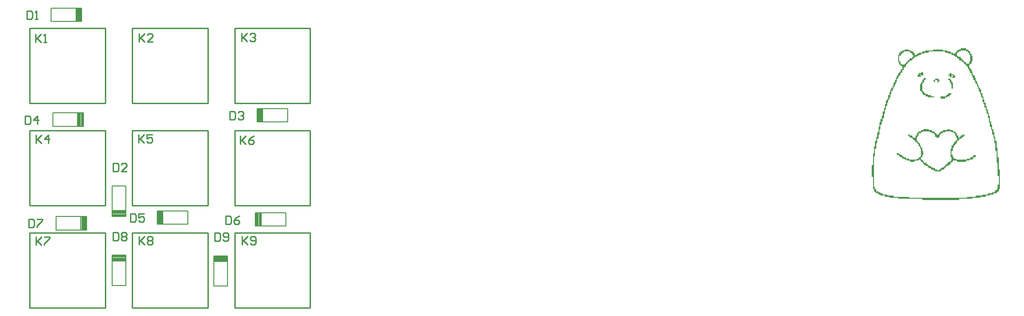
<source format=gbr>
%TF.GenerationSoftware,Altium Limited,Altium Designer,20.1.12 (249)*%
G04 Layer_Color=65535*
%FSLAX26Y26*%
%MOIN*%
%TF.SameCoordinates,C6B7DB02-E56D-4098-84F2-B1512E134489*%
%TF.FilePolarity,Positive*%
%TF.FileFunction,Legend,Top*%
%TF.Part,Single*%
G01*
G75*
%TA.AperFunction,NonConductor*%
%ADD23C,0.010000*%
%ADD24C,0.007874*%
G36*
X6967339Y1993953D02*
X6983339D01*
Y1985953D01*
X6991339D01*
Y1977953D01*
X6999339D01*
Y1969953D01*
Y1961953D01*
X7007339D01*
Y1953953D01*
Y1945953D01*
X7015339D01*
Y1937953D01*
Y1929953D01*
Y1921953D01*
Y1913953D01*
Y1905953D01*
X7007339D01*
Y1897953D01*
Y1889953D01*
X6999339D01*
Y1881953D01*
X6991339D01*
Y1873953D01*
Y1865953D01*
Y1857953D01*
X6999339D01*
Y1849953D01*
X7007339D01*
Y1841953D01*
Y1833953D01*
X7015339D01*
Y1825953D01*
Y1817953D01*
Y1809953D01*
X7023339D01*
Y1801953D01*
X7031339D01*
Y1793953D01*
Y1785953D01*
X7039339D01*
Y1777953D01*
Y1769953D01*
Y1761953D01*
X7047339D01*
Y1753953D01*
Y1745953D01*
X7055339D01*
Y1737953D01*
Y1729953D01*
X7063339D01*
Y1721953D01*
Y1713953D01*
X7071339D01*
Y1705953D01*
Y1697953D01*
X7079339D01*
Y1689953D01*
Y1681953D01*
Y1673953D01*
X7087339D01*
Y1665953D01*
Y1657953D01*
Y1649953D01*
X7095339D01*
Y1641953D01*
Y1633953D01*
Y1625953D01*
X7103339D01*
Y1617953D01*
Y1609953D01*
Y1601953D01*
X7111339D01*
Y1593953D01*
Y1585953D01*
Y1577953D01*
X7119339D01*
Y1569953D01*
Y1561953D01*
Y1553953D01*
X7127339D01*
Y1545953D01*
Y1537953D01*
Y1529953D01*
X7135339D01*
Y1521953D01*
Y1513953D01*
Y1505953D01*
X7143339D01*
Y1497953D01*
Y1489953D01*
Y1481953D01*
Y1473953D01*
Y1465953D01*
X7151339D01*
Y1457953D01*
Y1449953D01*
Y1441953D01*
X7159339D01*
Y1433953D01*
Y1425953D01*
Y1417953D01*
Y1409953D01*
X7167339D01*
Y1401953D01*
Y1393953D01*
Y1385953D01*
X7175339D01*
Y1377953D01*
Y1369953D01*
Y1361953D01*
Y1353953D01*
X7183339D01*
Y1345953D01*
Y1337953D01*
Y1329953D01*
Y1321953D01*
X7191339D01*
Y1313953D01*
Y1305953D01*
Y1297953D01*
Y1289953D01*
Y1281953D01*
Y1273953D01*
X7199339D01*
Y1265953D01*
Y1257953D01*
Y1249953D01*
Y1241953D01*
Y1233953D01*
Y1225953D01*
Y1217953D01*
Y1209953D01*
Y1201953D01*
X7207339D01*
Y1193953D01*
Y1185953D01*
Y1177953D01*
Y1169953D01*
Y1161953D01*
Y1153953D01*
Y1145953D01*
Y1137953D01*
Y1129953D01*
Y1121953D01*
Y1113953D01*
X7215339D01*
Y1105953D01*
Y1097953D01*
Y1089953D01*
Y1081953D01*
Y1073953D01*
Y1065953D01*
Y1057953D01*
Y1049953D01*
Y1041953D01*
Y1033953D01*
Y1025953D01*
Y1017953D01*
Y1009953D01*
Y1001953D01*
Y993953D01*
Y985953D01*
Y977953D01*
Y969953D01*
X7207339D01*
Y961953D01*
Y953953D01*
X7199339D01*
Y945953D01*
X7191339D01*
Y937953D01*
X7167339D01*
Y929953D01*
X7143339D01*
Y921953D01*
X7111339D01*
Y913953D01*
X7071339D01*
Y905953D01*
X7015339D01*
Y897953D01*
X6919339D01*
Y889953D01*
X6647339D01*
Y897953D01*
X6471339D01*
Y905953D01*
X6407339D01*
Y913953D01*
X6375339D01*
Y921953D01*
X6343339D01*
Y929953D01*
X6327339D01*
Y937953D01*
X6311339D01*
Y945953D01*
X6303339D01*
Y953953D01*
X6295339D01*
Y961953D01*
Y969953D01*
X6287339D01*
Y977953D01*
Y985953D01*
Y993953D01*
Y1001953D01*
Y1009953D01*
Y1017953D01*
Y1025953D01*
Y1033953D01*
Y1041953D01*
Y1049953D01*
Y1057953D01*
X6279339D01*
Y1065953D01*
Y1073953D01*
Y1081953D01*
Y1089953D01*
Y1097953D01*
Y1105953D01*
Y1113953D01*
Y1121953D01*
Y1129953D01*
Y1137953D01*
Y1145953D01*
X6287339D01*
Y1153953D01*
Y1161953D01*
Y1169953D01*
Y1177953D01*
Y1185953D01*
Y1193953D01*
Y1201953D01*
Y1209953D01*
Y1217953D01*
Y1225953D01*
Y1233953D01*
X6295339D01*
Y1241953D01*
Y1249953D01*
Y1257953D01*
Y1265953D01*
Y1273953D01*
Y1281953D01*
X6303339D01*
Y1289953D01*
Y1297953D01*
Y1305953D01*
Y1313953D01*
Y1321953D01*
X6311339D01*
Y1329953D01*
Y1337953D01*
Y1345953D01*
Y1353953D01*
X6319339D01*
Y1361953D01*
Y1369953D01*
Y1377953D01*
Y1385953D01*
X6327339D01*
Y1393953D01*
Y1401953D01*
Y1409953D01*
Y1417953D01*
Y1425953D01*
X6335339D01*
Y1433953D01*
Y1441953D01*
Y1449953D01*
Y1457953D01*
X6343339D01*
Y1465953D01*
Y1473953D01*
Y1481953D01*
X6351339D01*
Y1489953D01*
Y1497953D01*
Y1505953D01*
X6359339D01*
Y1513953D01*
Y1521953D01*
Y1529953D01*
Y1537953D01*
X6367339D01*
Y1545953D01*
Y1553953D01*
Y1561953D01*
X6375339D01*
Y1569953D01*
Y1577953D01*
Y1585953D01*
Y1593953D01*
X6383339D01*
Y1601953D01*
Y1609953D01*
Y1617953D01*
X6391339D01*
Y1625953D01*
Y1633953D01*
X6399339D01*
Y1641953D01*
Y1649953D01*
Y1657953D01*
X6407339D01*
Y1665953D01*
Y1673953D01*
Y1681953D01*
X6415339D01*
Y1689953D01*
Y1697953D01*
X6423339D01*
Y1705953D01*
Y1713953D01*
X6431339D01*
Y1721953D01*
Y1729953D01*
X6439339D01*
Y1737953D01*
Y1745953D01*
Y1753953D01*
X6447339D01*
Y1761953D01*
Y1769953D01*
X6455339D01*
Y1777953D01*
Y1785953D01*
X6463339D01*
Y1793953D01*
Y1801953D01*
X6471339D01*
Y1809953D01*
Y1817953D01*
X6479339D01*
Y1825953D01*
X6487339D01*
Y1833953D01*
Y1841953D01*
X6495339D01*
Y1849953D01*
X6503339D01*
Y1857953D01*
Y1865953D01*
Y1873953D01*
X6487339D01*
Y1881953D01*
X6479339D01*
Y1889953D01*
Y1897953D01*
X6471339D01*
Y1905953D01*
Y1913953D01*
Y1921953D01*
Y1929953D01*
Y1937953D01*
Y1945953D01*
Y1953953D01*
X6479339D01*
Y1961953D01*
Y1969953D01*
X6487339D01*
Y1977953D01*
X6503339D01*
Y1985953D01*
X6519339D01*
Y1993953D01*
X6551339D01*
Y1985953D01*
X6567339D01*
Y1977953D01*
X6583339D01*
Y1969953D01*
X6591339D01*
Y1961953D01*
Y1953953D01*
X6607339D01*
Y1961953D01*
X6623339D01*
Y1969953D01*
X6647339D01*
Y1977953D01*
X6671339D01*
Y1985953D01*
X6727339D01*
Y1993953D01*
X6799339D01*
Y1985953D01*
X6831339D01*
Y1977953D01*
X6855339D01*
Y1969953D01*
X6871339D01*
Y1961953D01*
X6887339D01*
Y1969953D01*
X6895339D01*
Y1977953D01*
X6903339D01*
Y1985953D01*
X6911339D01*
Y1993953D01*
X6927339D01*
Y2001953D01*
X6967339D01*
Y1993953D01*
D02*
G37*
%LPC*%
G36*
Y1985953D02*
X6927339D01*
Y1977953D01*
X6911339D01*
Y1969953D01*
X6903339D01*
Y1961953D01*
Y1953953D01*
Y1945953D01*
X6911339D01*
Y1937953D01*
X6927339D01*
Y1929953D01*
X6935339D01*
Y1921953D01*
X6943339D01*
Y1913953D01*
X6951339D01*
Y1905953D01*
X6959339D01*
Y1897953D01*
X6967339D01*
Y1889953D01*
X6991339D01*
Y1897953D01*
Y1905953D01*
X6999339D01*
Y1913953D01*
Y1921953D01*
Y1929953D01*
Y1937953D01*
Y1945953D01*
Y1953953D01*
X6991339D01*
Y1961953D01*
Y1969953D01*
X6983339D01*
Y1977953D01*
X6967339D01*
Y1985953D01*
D02*
G37*
G36*
X6559339Y1977953D02*
X6511339D01*
Y1969953D01*
X6503339D01*
Y1961953D01*
X6495339D01*
Y1953953D01*
X6487339D01*
Y1945953D01*
X6479339D01*
Y1937953D01*
Y1929953D01*
Y1921953D01*
Y1913953D01*
Y1905953D01*
X6487339D01*
Y1897953D01*
Y1889953D01*
X6495339D01*
Y1881953D01*
X6519339D01*
Y1889953D01*
X6527339D01*
Y1897953D01*
X6535339D01*
Y1905953D01*
X6543339D01*
Y1913953D01*
X6551339D01*
Y1921953D01*
X6559339D01*
Y1929953D01*
X6575339D01*
Y1937953D01*
X6583339D01*
Y1945953D01*
Y1953953D01*
X6575339D01*
Y1961953D01*
X6567339D01*
Y1969953D01*
X6559339D01*
Y1977953D01*
D02*
G37*
G36*
X6815339D02*
X6695339D01*
Y1969953D01*
X6663339D01*
Y1961953D01*
X6639339D01*
Y1953953D01*
X6623339D01*
Y1945953D01*
X6607339D01*
Y1937953D01*
X6591339D01*
Y1929953D01*
X6583339D01*
Y1921953D01*
X6575339D01*
Y1913953D01*
X6559339D01*
Y1905953D01*
X6551339D01*
Y1897953D01*
X6543339D01*
Y1889953D01*
X6535339D01*
Y1881953D01*
X6527339D01*
Y1873953D01*
Y1865953D01*
X6519339D01*
Y1857953D01*
X6511339D01*
Y1849953D01*
Y1841953D01*
X6503339D01*
Y1833953D01*
Y1825953D01*
X6495339D01*
Y1817953D01*
X6487339D01*
Y1809953D01*
Y1801953D01*
X6479339D01*
Y1793953D01*
X6471339D01*
Y1785953D01*
Y1777953D01*
X6463339D01*
Y1769953D01*
Y1761953D01*
Y1753953D01*
X6455339D01*
Y1745953D01*
Y1737953D01*
X6447339D01*
Y1729953D01*
Y1721953D01*
X6439339D01*
Y1713953D01*
Y1705953D01*
X6431339D01*
Y1697953D01*
Y1689953D01*
X6423339D01*
Y1681953D01*
Y1673953D01*
Y1665953D01*
X6415339D01*
Y1657953D01*
Y1649953D01*
Y1641953D01*
X6407339D01*
Y1633953D01*
Y1625953D01*
X6399339D01*
Y1617953D01*
Y1609953D01*
Y1601953D01*
X6391339D01*
Y1593953D01*
Y1585953D01*
Y1577953D01*
X6383339D01*
Y1569953D01*
Y1561953D01*
Y1553953D01*
X6375339D01*
Y1545953D01*
Y1537953D01*
Y1529953D01*
Y1521953D01*
X6367339D01*
Y1513953D01*
Y1505953D01*
Y1497953D01*
Y1489953D01*
X6359339D01*
Y1481953D01*
Y1473953D01*
Y1465953D01*
X6351339D01*
Y1457953D01*
Y1449953D01*
Y1441953D01*
X6343339D01*
Y1433953D01*
Y1425953D01*
Y1417953D01*
Y1409953D01*
X6335339D01*
Y1401953D01*
Y1393953D01*
Y1385953D01*
Y1377953D01*
Y1369953D01*
X6327339D01*
Y1361953D01*
Y1353953D01*
Y1345953D01*
Y1337953D01*
X6319339D01*
Y1329953D01*
Y1321953D01*
Y1313953D01*
Y1305953D01*
X6311339D01*
Y1297953D01*
Y1289953D01*
Y1281953D01*
Y1273953D01*
Y1265953D01*
X6303339D01*
Y1257953D01*
Y1249953D01*
Y1241953D01*
Y1233953D01*
Y1225953D01*
Y1217953D01*
Y1209953D01*
X6295339D01*
Y1201953D01*
Y1193953D01*
Y1185953D01*
Y1177953D01*
Y1169953D01*
Y1161953D01*
Y1153953D01*
Y1145953D01*
Y1137953D01*
Y1129953D01*
Y1121953D01*
Y1113953D01*
Y1105953D01*
Y1097953D01*
Y1089953D01*
Y1081953D01*
Y1073953D01*
Y1065953D01*
Y1057953D01*
Y1049953D01*
Y1041953D01*
Y1033953D01*
Y1025953D01*
Y1017953D01*
Y1009953D01*
Y1001953D01*
Y993953D01*
Y985953D01*
X6303339D01*
Y977953D01*
Y969953D01*
X6311339D01*
Y961953D01*
Y953953D01*
X6327339D01*
Y945953D01*
X6343339D01*
Y937953D01*
X6359339D01*
Y929953D01*
X6391339D01*
Y921953D01*
X6439339D01*
Y913953D01*
X6551339D01*
Y905953D01*
X6975339D01*
Y913953D01*
X7039339D01*
Y921953D01*
X7087339D01*
Y929953D01*
X7127339D01*
Y937953D01*
X7159339D01*
Y945953D01*
X7175339D01*
Y953953D01*
X7183339D01*
Y961953D01*
X7191339D01*
Y969953D01*
X7199339D01*
Y977953D01*
Y985953D01*
Y993953D01*
Y1001953D01*
X7207339D01*
Y1009953D01*
Y1017953D01*
Y1025953D01*
Y1033953D01*
Y1041953D01*
Y1049953D01*
Y1057953D01*
Y1065953D01*
X7199339D01*
Y1073953D01*
Y1081953D01*
Y1089953D01*
Y1097953D01*
Y1105953D01*
Y1113953D01*
Y1121953D01*
Y1129953D01*
Y1137953D01*
Y1145953D01*
Y1153953D01*
Y1161953D01*
X7191339D01*
Y1169953D01*
Y1177953D01*
Y1185953D01*
Y1193953D01*
Y1201953D01*
Y1209953D01*
Y1217953D01*
Y1225953D01*
Y1233953D01*
Y1241953D01*
Y1249953D01*
X7183339D01*
Y1257953D01*
Y1265953D01*
Y1273953D01*
Y1281953D01*
Y1289953D01*
Y1297953D01*
Y1305953D01*
X7175339D01*
Y1313953D01*
Y1321953D01*
Y1329953D01*
Y1337953D01*
Y1345953D01*
X7167339D01*
Y1353953D01*
Y1361953D01*
Y1369953D01*
X7159339D01*
Y1377953D01*
Y1385953D01*
Y1393953D01*
Y1401953D01*
X7151339D01*
Y1409953D01*
Y1417953D01*
Y1425953D01*
X7143339D01*
Y1433953D01*
Y1441953D01*
Y1449953D01*
Y1457953D01*
X7135339D01*
Y1465953D01*
Y1473953D01*
Y1481953D01*
Y1489953D01*
X7127339D01*
Y1497953D01*
Y1505953D01*
Y1513953D01*
Y1521953D01*
X7119339D01*
Y1529953D01*
Y1537953D01*
Y1545953D01*
X7111339D01*
Y1553953D01*
Y1561953D01*
Y1569953D01*
X7103339D01*
Y1577953D01*
Y1585953D01*
Y1593953D01*
X7095339D01*
Y1601953D01*
Y1609953D01*
X7087339D01*
Y1617953D01*
Y1625953D01*
Y1633953D01*
Y1641953D01*
X7079339D01*
Y1649953D01*
Y1657953D01*
Y1665953D01*
X7071339D01*
Y1673953D01*
Y1681953D01*
X7063339D01*
Y1689953D01*
Y1697953D01*
Y1705953D01*
X7055339D01*
Y1713953D01*
Y1721953D01*
X7047339D01*
Y1729953D01*
Y1737953D01*
X7039339D01*
Y1745953D01*
Y1753953D01*
X7031339D01*
Y1761953D01*
Y1769953D01*
X7023339D01*
Y1777953D01*
Y1785953D01*
X7015339D01*
Y1793953D01*
Y1801953D01*
X7007339D01*
Y1809953D01*
Y1817953D01*
X6999339D01*
Y1825953D01*
Y1833953D01*
X6991339D01*
Y1841953D01*
Y1849953D01*
X6983339D01*
Y1857953D01*
Y1865953D01*
X6975339D01*
Y1873953D01*
X6967339D01*
Y1881953D01*
X6959339D01*
Y1889953D01*
X6951339D01*
Y1897953D01*
X6943339D01*
Y1905953D01*
X6935339D01*
Y1913953D01*
X6919339D01*
Y1921953D01*
X6911339D01*
Y1929953D01*
X6903339D01*
Y1937953D01*
X6887339D01*
Y1945953D01*
X6879339D01*
Y1953953D01*
X6863339D01*
Y1961953D01*
X6839339D01*
Y1969953D01*
X6815339D01*
Y1977953D01*
D02*
G37*
%LPD*%
G36*
X6655339Y1817953D02*
Y1809953D01*
Y1801953D01*
X6639339D01*
Y1809953D01*
X6631339D01*
Y1801953D01*
X6639339D01*
Y1793953D01*
X6615339D01*
Y1801953D01*
Y1809953D01*
X6623339D01*
Y1817953D01*
X6639339D01*
Y1825953D01*
X6655339D01*
Y1817953D01*
D02*
G37*
G36*
X6863339Y1809953D02*
X6879339D01*
Y1801953D01*
X6887339D01*
Y1793953D01*
Y1785953D01*
X6863339D01*
Y1793953D01*
X6847339D01*
Y1801953D01*
X6839339D01*
Y1809953D01*
X6847339D01*
Y1817953D01*
X6863339D01*
Y1809953D01*
D02*
G37*
G36*
X6767339Y1769953D02*
X6775339D01*
Y1761953D01*
X6767339D01*
Y1753953D01*
X6759339D01*
Y1761953D01*
Y1769953D01*
X6743339D01*
Y1777953D01*
X6767339D01*
Y1769953D01*
D02*
G37*
G36*
X6743339Y1761953D02*
Y1753953D01*
X6735339D01*
Y1761953D01*
X6727339D01*
Y1769953D01*
X6743339D01*
Y1761953D01*
D02*
G37*
G36*
X6855339Y1769953D02*
X6863339D01*
Y1761953D01*
Y1753953D01*
X6871339D01*
Y1745953D01*
Y1737953D01*
Y1729953D01*
Y1721953D01*
Y1713953D01*
Y1705953D01*
X6863339D01*
Y1713953D01*
Y1721953D01*
Y1729953D01*
Y1737953D01*
X6855339D01*
Y1745953D01*
Y1753953D01*
X6847339D01*
Y1761953D01*
Y1769953D01*
X6839339D01*
Y1777953D01*
X6855339D01*
Y1769953D01*
D02*
G37*
G36*
X6671339Y1777953D02*
Y1769953D01*
X6663339D01*
Y1761953D01*
Y1753953D01*
X6655339D01*
Y1745953D01*
X6647339D01*
Y1737953D01*
Y1729953D01*
Y1721953D01*
Y1713953D01*
Y1705953D01*
Y1697953D01*
Y1689953D01*
X6655339D01*
Y1681953D01*
X6663339D01*
Y1673953D01*
X6671339D01*
Y1665953D01*
X6687339D01*
Y1657953D01*
X6711339D01*
Y1649953D01*
X6735339D01*
Y1641953D01*
X6687339D01*
Y1649953D01*
X6671339D01*
Y1657953D01*
X6655339D01*
Y1665953D01*
X6647339D01*
Y1673953D01*
Y1681953D01*
X6639339D01*
Y1689953D01*
X6631339D01*
Y1697953D01*
Y1705953D01*
Y1713953D01*
Y1721953D01*
Y1729953D01*
Y1737953D01*
X6639339D01*
Y1745953D01*
Y1753953D01*
X6647339D01*
Y1761953D01*
Y1769953D01*
X6655339D01*
Y1777953D01*
X6663339D01*
Y1785953D01*
X6671339D01*
Y1777953D01*
D02*
G37*
G36*
X6863339Y1665953D02*
X6855339D01*
Y1657953D01*
X6847339D01*
Y1649953D01*
X6831339D01*
Y1641953D01*
X6815339D01*
Y1633953D01*
X6783339D01*
Y1641953D01*
Y1649953D01*
X6823339D01*
Y1657953D01*
X6831339D01*
Y1665953D01*
X6839339D01*
Y1673953D01*
X6863339D01*
Y1665953D01*
D02*
G37*
G36*
X6847339Y1401953D02*
X6871339D01*
Y1393953D01*
X6887339D01*
Y1385953D01*
X6895339D01*
Y1377953D01*
X6903339D01*
Y1369953D01*
Y1361953D01*
X6911339D01*
Y1353953D01*
Y1345953D01*
X6919339D01*
Y1353953D01*
X6927339D01*
Y1361953D01*
X6943339D01*
Y1369953D01*
X6959339D01*
Y1361953D01*
X6951339D01*
Y1353953D01*
X6943339D01*
Y1345953D01*
X6935339D01*
Y1337953D01*
X6919339D01*
Y1329953D01*
X6911339D01*
Y1321953D01*
X6903339D01*
Y1313953D01*
Y1305953D01*
X6895339D01*
Y1297953D01*
X6887339D01*
Y1289953D01*
X6879339D01*
Y1281953D01*
Y1273953D01*
X6871339D01*
Y1265953D01*
Y1257953D01*
Y1249953D01*
X6863339D01*
Y1241953D01*
Y1233953D01*
Y1225953D01*
Y1217953D01*
X6871339D01*
Y1209953D01*
Y1201953D01*
X6879339D01*
Y1193953D01*
X6895339D01*
Y1185953D01*
X6975339D01*
Y1193953D01*
X6999339D01*
Y1201953D01*
X7015339D01*
Y1209953D01*
X7023339D01*
Y1217953D01*
X7039339D01*
Y1209953D01*
Y1201953D01*
X7023339D01*
Y1193953D01*
X7015339D01*
Y1185953D01*
X6991339D01*
Y1177953D01*
X6967339D01*
Y1169953D01*
X6903339D01*
Y1177953D01*
X6871339D01*
Y1169953D01*
X6863339D01*
Y1161953D01*
X6855339D01*
Y1153953D01*
X6847339D01*
Y1145953D01*
X6839339D01*
Y1137953D01*
X6823339D01*
Y1129953D01*
X6815339D01*
Y1121953D01*
X6807339D01*
Y1113953D01*
X6791339D01*
Y1105953D01*
X6783339D01*
Y1097953D01*
X6743339D01*
Y1105953D01*
X6727339D01*
Y1113953D01*
X6711339D01*
Y1121953D01*
X6695339D01*
Y1129953D01*
X6687339D01*
Y1137953D01*
X6671339D01*
Y1145953D01*
X6663339D01*
Y1153953D01*
X6655339D01*
Y1161953D01*
X6647339D01*
Y1169953D01*
X6639339D01*
Y1177953D01*
X6631339D01*
Y1185953D01*
X6623339D01*
Y1177953D01*
X6591339D01*
Y1169953D01*
X6559339D01*
Y1177953D01*
X6535339D01*
Y1185953D01*
X6519339D01*
Y1193953D01*
X6503339D01*
Y1201953D01*
X6487339D01*
Y1209953D01*
X6479339D01*
Y1217953D01*
X6463339D01*
Y1225953D01*
Y1233953D01*
X6479339D01*
Y1225953D01*
X6487339D01*
Y1217953D01*
X6503339D01*
Y1209953D01*
X6511339D01*
Y1201953D01*
X6527339D01*
Y1193953D01*
X6551339D01*
Y1185953D01*
X6607339D01*
Y1193953D01*
X6623339D01*
Y1201953D01*
X6631339D01*
Y1209953D01*
X6639339D01*
Y1217953D01*
Y1225953D01*
Y1233953D01*
Y1241953D01*
Y1249953D01*
Y1257953D01*
Y1265953D01*
X6631339D01*
Y1273953D01*
Y1281953D01*
X6623339D01*
Y1289953D01*
Y1297953D01*
X6615339D01*
Y1305953D01*
X6607339D01*
Y1313953D01*
X6599339D01*
Y1321953D01*
X6591339D01*
Y1329953D01*
X6583339D01*
Y1337953D01*
X6575339D01*
Y1345953D01*
X6559339D01*
Y1353953D01*
X6551339D01*
Y1361953D01*
X6543339D01*
Y1369953D01*
X6559339D01*
Y1361953D01*
X6575339D01*
Y1353953D01*
X6583339D01*
Y1345953D01*
X6599339D01*
Y1353953D01*
Y1361953D01*
X6607339D01*
Y1369953D01*
Y1377953D01*
X6615339D01*
Y1385953D01*
X6623339D01*
Y1393953D01*
X6639339D01*
Y1401953D01*
X6655339D01*
Y1409953D01*
X6695339D01*
Y1401953D01*
X6719339D01*
Y1393953D01*
X6735339D01*
Y1385953D01*
X6743339D01*
Y1377953D01*
X6751339D01*
Y1369953D01*
X6767339D01*
Y1377953D01*
X6775339D01*
Y1385953D01*
X6783339D01*
Y1393953D01*
X6799339D01*
Y1401953D01*
X6831339D01*
Y1409953D01*
X6847339D01*
Y1401953D01*
D02*
G37*
%LPC*%
G36*
X6871339Y1801953D02*
X6863339D01*
Y1793953D01*
X6871339D01*
Y1801953D01*
D02*
G37*
G36*
X6863339Y1393953D02*
X6815339D01*
Y1385953D01*
X6799339D01*
Y1377953D01*
X6783339D01*
Y1369953D01*
X6775339D01*
Y1361953D01*
Y1353953D01*
X6767339D01*
Y1345953D01*
X6751339D01*
Y1353953D01*
X6743339D01*
Y1361953D01*
Y1369953D01*
X6735339D01*
Y1377953D01*
X6719339D01*
Y1385953D01*
X6703339D01*
Y1393953D01*
X6647339D01*
Y1385953D01*
X6639339D01*
Y1377953D01*
X6623339D01*
Y1369953D01*
Y1361953D01*
X6615339D01*
Y1353953D01*
X6607339D01*
Y1345953D01*
Y1337953D01*
Y1329953D01*
Y1321953D01*
X6615339D01*
Y1313953D01*
X6623339D01*
Y1305953D01*
X6631339D01*
Y1297953D01*
Y1289953D01*
X6639339D01*
Y1281953D01*
Y1273953D01*
X6647339D01*
Y1265953D01*
Y1257953D01*
Y1249953D01*
X6655339D01*
Y1241953D01*
Y1233953D01*
Y1225953D01*
Y1217953D01*
X6647339D01*
Y1209953D01*
Y1201953D01*
X6639339D01*
Y1193953D01*
Y1185953D01*
X6647339D01*
Y1177953D01*
X6655339D01*
Y1169953D01*
X6663339D01*
Y1161953D01*
X6679339D01*
Y1153953D01*
X6687339D01*
Y1145953D01*
X6695339D01*
Y1137953D01*
X6711339D01*
Y1129953D01*
X6727339D01*
Y1121953D01*
X6743339D01*
Y1113953D01*
X6759339D01*
Y1105953D01*
X6767339D01*
Y1113953D01*
X6783339D01*
Y1121953D01*
X6791339D01*
Y1129953D01*
X6807339D01*
Y1137953D01*
X6815339D01*
Y1145953D01*
X6823339D01*
Y1153953D01*
X6831339D01*
Y1161953D01*
X6839339D01*
Y1169953D01*
X6855339D01*
Y1177953D01*
X6863339D01*
Y1185953D01*
Y1193953D01*
Y1201953D01*
X6855339D01*
Y1209953D01*
Y1217953D01*
Y1225953D01*
Y1233953D01*
Y1241953D01*
Y1249953D01*
Y1257953D01*
Y1265953D01*
X6863339D01*
Y1273953D01*
Y1281953D01*
Y1289953D01*
X6871339D01*
Y1297953D01*
X6879339D01*
Y1305953D01*
Y1313953D01*
X6887339D01*
Y1321953D01*
X6895339D01*
Y1329953D01*
X6903339D01*
Y1337953D01*
Y1345953D01*
X6895339D01*
Y1353953D01*
Y1361953D01*
X6887339D01*
Y1369953D01*
Y1377953D01*
X6879339D01*
Y1385953D01*
X6863339D01*
Y1393953D01*
D02*
G37*
%LPD*%
D23*
X1621850Y99409D02*
Y650591D01*
Y99409D02*
X2173031D01*
X1621850Y650591D02*
X2173031D01*
Y99409D02*
Y650591D01*
X872638Y99409D02*
Y650591D01*
Y99409D02*
X1423819D01*
X872638Y650591D02*
X1423819D01*
Y99409D02*
Y650591D01*
X123425Y99409D02*
Y650591D01*
Y99409D02*
X674606D01*
X123425Y650591D02*
X674606D01*
Y99409D02*
Y650591D01*
X123425Y848622D02*
Y1399803D01*
Y848622D02*
X674606D01*
X123425Y1399803D02*
X674606D01*
Y848622D02*
Y1399803D01*
X872874Y847598D02*
Y1398780D01*
Y847598D02*
X1424055D01*
X872874Y1398780D02*
X1424055D01*
Y847598D02*
Y1398780D01*
X1622087Y847598D02*
Y1398780D01*
Y847598D02*
X2173268D01*
X1622087Y1398780D02*
X2173268D01*
Y847598D02*
Y1398780D01*
X1621850Y1597835D02*
Y2149016D01*
Y1597835D02*
X2173031D01*
X1621850Y2149016D02*
X2173031D01*
Y1597835D02*
Y2149016D01*
X872638Y1597835D02*
Y2149016D01*
Y1597835D02*
X1423819D01*
X872638Y2149016D02*
X1423819D01*
Y1597835D02*
Y2149016D01*
X123425Y1597835D02*
Y2149016D01*
Y1597835D02*
X674606D01*
X123425Y2149016D02*
X674606D01*
Y1597835D02*
Y2149016D01*
X1622083Y649567D02*
X1689685D01*
X1622083Y596453D02*
Y649567D01*
X1584859Y1539833D02*
Y1479852D01*
X1614849D01*
X1624846Y1489849D01*
Y1529836D01*
X1614849Y1539833D01*
X1584859D01*
X1644839Y1529836D02*
X1654836Y1539833D01*
X1674830D01*
X1684826Y1529836D01*
Y1519839D01*
X1674830Y1509842D01*
X1664833D01*
X1674830D01*
X1684826Y1499846D01*
Y1489849D01*
X1674830Y1479852D01*
X1654836D01*
X1644839Y1489849D01*
X1556315Y774085D02*
Y714104D01*
X1586306D01*
X1596303Y724101D01*
Y764088D01*
X1586306Y774085D01*
X1556315D01*
X1656283D02*
X1636290Y764088D01*
X1616296Y744095D01*
Y724101D01*
X1626293Y714104D01*
X1646286D01*
X1656283Y724101D01*
Y734098D01*
X1646286Y744095D01*
X1616296D01*
X857496Y787864D02*
Y727884D01*
X887487D01*
X897484Y737880D01*
Y777867D01*
X887487Y787864D01*
X857496D01*
X957464D02*
X917477D01*
Y757874D01*
X937471Y767871D01*
X947467D01*
X957464Y757874D01*
Y737880D01*
X947467Y727884D01*
X927474D01*
X917477Y737880D01*
X116355Y750463D02*
Y690482D01*
X146345D01*
X156342Y700479D01*
Y740466D01*
X146345Y750463D01*
X116355D01*
X176335D02*
X216322D01*
Y740466D01*
X176335Y700479D01*
Y690482D01*
X88796Y1504400D02*
Y1444419D01*
X118786D01*
X128783Y1454416D01*
Y1494403D01*
X118786Y1504400D01*
X88796D01*
X178767Y1444419D02*
Y1504400D01*
X148776Y1474409D01*
X188763D01*
X101745Y2276053D02*
Y2216073D01*
X131736D01*
X141732Y2226070D01*
Y2266057D01*
X131736Y2276053D01*
X101745D01*
X161726Y2216073D02*
X181719D01*
X171723D01*
Y2276053D01*
X161726Y2266057D01*
X1674426Y622510D02*
Y562529D01*
Y582523D01*
X1714413Y622510D01*
X1684422Y592520D01*
X1714413Y562529D01*
X1734406Y572526D02*
X1744403Y562529D01*
X1764397D01*
X1774393Y572526D01*
Y612513D01*
X1764397Y622510D01*
X1744403D01*
X1734406Y612513D01*
Y602516D01*
X1744403Y592520D01*
X1774393D01*
X922457Y622510D02*
Y562529D01*
Y582523D01*
X962444Y622510D01*
X932454Y592520D01*
X962444Y562529D01*
X982438Y612513D02*
X992434Y622510D01*
X1012428D01*
X1022425Y612513D01*
Y602516D01*
X1012428Y592520D01*
X1022425Y582523D01*
Y572526D01*
X1012428Y562529D01*
X992434D01*
X982438Y572526D01*
Y582523D01*
X992434Y592520D01*
X982438Y602516D01*
Y612513D01*
X992434Y592520D02*
X1012428D01*
X169504Y618573D02*
Y558592D01*
Y578586D01*
X209492Y618573D01*
X179501Y588583D01*
X209492Y558592D01*
X229485Y618573D02*
X269472D01*
Y608576D01*
X229485Y568589D01*
Y558592D01*
X169504Y1365620D02*
Y1305640D01*
Y1325633D01*
X209492Y1365620D01*
X179501Y1335630D01*
X209492Y1305640D01*
X259475D02*
Y1365620D01*
X229485Y1335630D01*
X269472D01*
X919504Y1369557D02*
Y1309577D01*
Y1329570D01*
X959491Y1369557D01*
X929501Y1339567D01*
X959491Y1309577D01*
X1019472Y1369557D02*
X979485D01*
Y1339567D01*
X999479Y1349564D01*
X1009475D01*
X1019472Y1339567D01*
Y1319573D01*
X1009475Y1309577D01*
X989482D01*
X979485Y1319573D01*
X1660646Y1358730D02*
Y1298750D01*
Y1318743D01*
X1700633Y1358730D01*
X1670643Y1328740D01*
X1700633Y1298750D01*
X1760614Y1358730D02*
X1740620Y1348734D01*
X1720627Y1328740D01*
Y1308747D01*
X1730623Y1298750D01*
X1750617D01*
X1760614Y1308747D01*
Y1318743D01*
X1750617Y1328740D01*
X1720627D01*
X1673441Y2112668D02*
Y2052687D01*
Y2072680D01*
X1713428Y2112668D01*
X1683438Y2082677D01*
X1713428Y2052687D01*
X1733422Y2102671D02*
X1743419Y2112668D01*
X1763412D01*
X1773409Y2102671D01*
Y2092674D01*
X1763412Y2082677D01*
X1753416D01*
X1763412D01*
X1773409Y2072680D01*
Y2062684D01*
X1763412Y2052687D01*
X1743419D01*
X1733422Y2062684D01*
X921473Y2109715D02*
Y2049734D01*
Y2069728D01*
X961460Y2109715D01*
X931470Y2079724D01*
X961460Y2049734D01*
X1021441D02*
X981453D01*
X1021441Y2089721D01*
Y2099718D01*
X1011444Y2109715D01*
X991450D01*
X981453Y2099718D01*
X164737Y2105778D02*
Y2045797D01*
Y2065791D01*
X204725Y2105778D01*
X174734Y2075787D01*
X204725Y2045797D01*
X224718D02*
X244712D01*
X234715D01*
Y2105778D01*
X224718Y2095781D01*
X732984Y1160217D02*
Y1100236D01*
X762975D01*
X772971Y1110233D01*
Y1150220D01*
X762975Y1160217D01*
X732984D01*
X832952Y1100236D02*
X792965D01*
X832952Y1140223D01*
Y1150220D01*
X822955Y1160217D01*
X802962D01*
X792965Y1150220D01*
X1475890Y648579D02*
Y588598D01*
X1505880D01*
X1515877Y598595D01*
Y638582D01*
X1505880Y648579D01*
X1475890D01*
X1535870Y598595D02*
X1545867Y588598D01*
X1565861D01*
X1575858Y598595D01*
Y638582D01*
X1565861Y648579D01*
X1545867D01*
X1535870Y638582D01*
Y628586D01*
X1545867Y618589D01*
X1575858D01*
X732890Y653083D02*
Y593102D01*
X762880D01*
X772877Y603099D01*
Y643086D01*
X762880Y653083D01*
X732890D01*
X792870Y643086D02*
X802867Y653083D01*
X822861D01*
X832857Y643086D01*
Y633089D01*
X822861Y623093D01*
X832857Y613096D01*
Y603099D01*
X822861Y593102D01*
X802867D01*
X792870Y603099D01*
Y613096D01*
X802867Y623093D01*
X792870Y633089D01*
Y643086D01*
X802867Y623093D02*
X822861D01*
D24*
X1826339Y1462441D02*
Y1560866D01*
X1819449Y1462441D02*
Y1560866D01*
X1812559Y1462441D02*
Y1560866D01*
X1805669Y1462441D02*
Y1560866D01*
X1798780Y1462441D02*
Y1560866D01*
X1791890Y1462441D02*
Y1560866D01*
X1785000Y1462441D02*
X2007441D01*
X1785000Y1560866D02*
X2007441D01*
X1785000Y1462441D02*
Y1560866D01*
X2007441Y1462441D02*
Y1560866D01*
X1814291Y698976D02*
Y797402D01*
X1807402Y698976D02*
Y797402D01*
X1800512Y698976D02*
Y797402D01*
X1793622Y698976D02*
Y797402D01*
X1786732Y698976D02*
Y797402D01*
X1779842Y698976D02*
Y797402D01*
X1772953Y698976D02*
X1995394D01*
X1772953Y797402D02*
X1995394D01*
X1772953Y698976D02*
Y797402D01*
X1995394Y698976D02*
Y797402D01*
X1096732Y711063D02*
Y809488D01*
X1089843Y711063D02*
Y809488D01*
X1082953Y711063D02*
Y809488D01*
X1076063Y711063D02*
Y809488D01*
X1069173Y711063D02*
Y809488D01*
X1062283Y711063D02*
Y809488D01*
X1055394Y711063D02*
X1277835D01*
X1055394Y809488D02*
X1277835D01*
X1055394Y711063D02*
Y809488D01*
X1277835Y711063D02*
Y809488D01*
X497126Y670866D02*
Y769291D01*
X504016Y670866D02*
Y769291D01*
X510906Y670866D02*
Y769291D01*
X517795Y670866D02*
Y769291D01*
X524685Y670866D02*
Y769291D01*
X531575Y670866D02*
Y769291D01*
X316024D02*
X538465D01*
X316024Y670866D02*
X538465D01*
Y769291D01*
X316024Y670866D02*
Y769291D01*
X473031Y1430315D02*
Y1528740D01*
X479921Y1430315D02*
Y1528740D01*
X486811Y1430315D02*
Y1528740D01*
X493701Y1430315D02*
Y1528740D01*
X500591Y1430315D02*
Y1528740D01*
X507480Y1430315D02*
Y1528740D01*
X291929D02*
X514370D01*
X291929Y1430315D02*
X514370D01*
Y1528740D01*
X291929Y1430315D02*
Y1528740D01*
X460945Y2197795D02*
Y2296220D01*
X467835Y2197795D02*
Y2296220D01*
X474724Y2197795D02*
Y2296220D01*
X481614Y2197795D02*
Y2296220D01*
X488504Y2197795D02*
Y2296220D01*
X495394Y2197795D02*
Y2296220D01*
X279842D02*
X502284D01*
X279842Y2197795D02*
X502284D01*
Y2296220D01*
X279842Y2197795D02*
Y2296220D01*
X726772Y811772D02*
X825197D01*
X726772Y804882D02*
X825197D01*
X726772Y797992D02*
X825197D01*
X726772Y791102D02*
X825197D01*
X726772Y784212D02*
X825197D01*
X726772Y777323D02*
X825197D01*
Y770433D02*
Y992874D01*
X726772Y770433D02*
Y992874D01*
Y770433D02*
X825197D01*
X726772Y992874D02*
X825197D01*
X726772Y443543D02*
X825197D01*
X726772Y450433D02*
X825197D01*
X726772Y457323D02*
X825197D01*
X726772Y464213D02*
X825197D01*
X726772Y471102D02*
X825197D01*
X726772Y477992D02*
X825197D01*
X726772Y262441D02*
Y484882D01*
X825197Y262441D02*
Y484882D01*
X726772D02*
X825197D01*
X726772Y262441D02*
X825197D01*
X1470158Y439527D02*
X1568583D01*
X1470158Y446417D02*
X1568583D01*
X1470158Y453307D02*
X1568583D01*
X1470158Y460197D02*
X1568583D01*
X1470158Y467087D02*
X1568583D01*
X1470158Y473976D02*
X1568583D01*
X1470158Y258425D02*
Y480866D01*
X1568583Y258425D02*
Y480866D01*
X1470158D02*
X1568583D01*
X1470158Y258425D02*
X1568583D01*
%TF.MD5,d3ec826857d55c59bd089c1305724dcc*%
M02*

</source>
